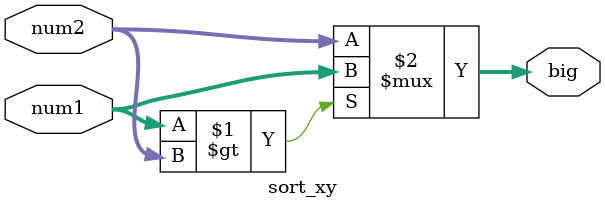
<source format=sv>
module sort_xy (
		num1,
		num2,
		big   );

  input [7:0] num1; 
  input [7:0] num2;
  output [7:0] big;  

  assign big = (num1>num2)? num1 : num2;
  
endmodule // sort_xy

</source>
